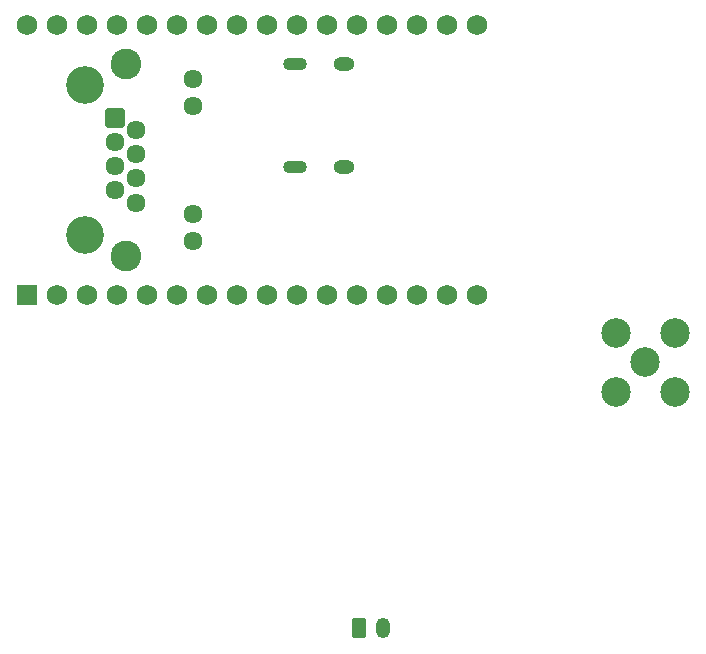
<source format=gbr>
%TF.GenerationSoftware,KiCad,Pcbnew,9.0.7*%
%TF.CreationDate,2026-02-14T09:58:14-05:00*%
%TF.ProjectId,satellite-board,73617465-6c6c-4697-9465-2d626f617264,rev?*%
%TF.SameCoordinates,Original*%
%TF.FileFunction,Soldermask,Bot*%
%TF.FilePolarity,Negative*%
%FSLAX46Y46*%
G04 Gerber Fmt 4.6, Leading zero omitted, Abs format (unit mm)*
G04 Created by KiCad (PCBNEW 9.0.7) date 2026-02-14 09:58:14*
%MOMM*%
%LPD*%
G01*
G04 APERTURE LIST*
G04 Aperture macros list*
%AMRoundRect*
0 Rectangle with rounded corners*
0 $1 Rounding radius*
0 $2 $3 $4 $5 $6 $7 $8 $9 X,Y pos of 4 corners*
0 Add a 4 corners polygon primitive as box body*
4,1,4,$2,$3,$4,$5,$6,$7,$8,$9,$2,$3,0*
0 Add four circle primitives for the rounded corners*
1,1,$1+$1,$2,$3*
1,1,$1+$1,$4,$5*
1,1,$1+$1,$6,$7*
1,1,$1+$1,$8,$9*
0 Add four rect primitives between the rounded corners*
20,1,$1+$1,$2,$3,$4,$5,0*
20,1,$1+$1,$4,$5,$6,$7,0*
20,1,$1+$1,$6,$7,$8,$9,0*
20,1,$1+$1,$8,$9,$2,$3,0*%
G04 Aperture macros list end*
%ADD10RoundRect,0.102000X0.762000X-0.762000X0.762000X0.762000X-0.762000X0.762000X-0.762000X-0.762000X0*%
%ADD11C,1.728000*%
%ADD12C,2.500000*%
%ADD13RoundRect,0.250000X-0.350000X-0.625000X0.350000X-0.625000X0.350000X0.625000X-0.350000X0.625000X0*%
%ADD14O,1.200000X1.750000*%
%ADD15O,2.000000X1.100000*%
%ADD16O,1.800000X1.200000*%
%ADD17C,3.200000*%
%ADD18RoundRect,0.102000X0.704000X-0.704000X0.704000X0.704000X-0.704000X0.704000X-0.704000X-0.704000X0*%
%ADD19C,1.612000*%
%ADD20C,2.604000*%
G04 APERTURE END LIST*
D10*
%TO.C,U3*%
X158475000Y-67830000D03*
D11*
X161015000Y-67830000D03*
X163555000Y-67830000D03*
X166095000Y-67830000D03*
X168635000Y-67830000D03*
X171175000Y-67830000D03*
X173715000Y-67830000D03*
X176255000Y-67830000D03*
X178795000Y-67830000D03*
X181335000Y-67830000D03*
X183875000Y-67830000D03*
X186415000Y-67830000D03*
X188955000Y-67830000D03*
X191495000Y-67830000D03*
X194035000Y-67830000D03*
X196575000Y-67830000D03*
X158475000Y-44970000D03*
X161015000Y-44970000D03*
X163555000Y-44970000D03*
X166095000Y-44970000D03*
X168635000Y-44970000D03*
X171175000Y-44970000D03*
X173715000Y-44970000D03*
X176255000Y-44970000D03*
X178795000Y-44970000D03*
X181335000Y-44970000D03*
X183875000Y-44970000D03*
X186415000Y-44970000D03*
X188955000Y-44970000D03*
X191495000Y-44970000D03*
X194035000Y-44970000D03*
X196575000Y-44970000D03*
%TD*%
D12*
%TO.C,U6*%
X213300000Y-71000000D03*
X213340000Y-76040000D03*
X208300000Y-76000000D03*
X208300000Y-71000000D03*
X210800000Y-73500000D03*
%TD*%
D13*
%TO.C,J2*%
X186600000Y-96000000D03*
D14*
X188600000Y-96000000D03*
%TD*%
D15*
%TO.C,USB1*%
X181124250Y-56925000D03*
D16*
X185324250Y-56925000D03*
D15*
X181124250Y-48275000D03*
D16*
X185324250Y-48275000D03*
%TD*%
D17*
%TO.C,J1*%
X163400000Y-62750000D03*
X163400000Y-50050000D03*
D18*
X165940000Y-52830000D03*
D19*
X167720000Y-53850000D03*
X165940000Y-54870000D03*
X167720000Y-55890000D03*
X165940000Y-56910000D03*
X167720000Y-57930000D03*
X165940000Y-58950000D03*
X167720000Y-59970000D03*
X172540000Y-49540000D03*
X172540000Y-51830000D03*
X172540000Y-60970000D03*
X172540000Y-63260000D03*
D20*
X166830000Y-64525000D03*
X166830000Y-48275000D03*
%TD*%
M02*

</source>
